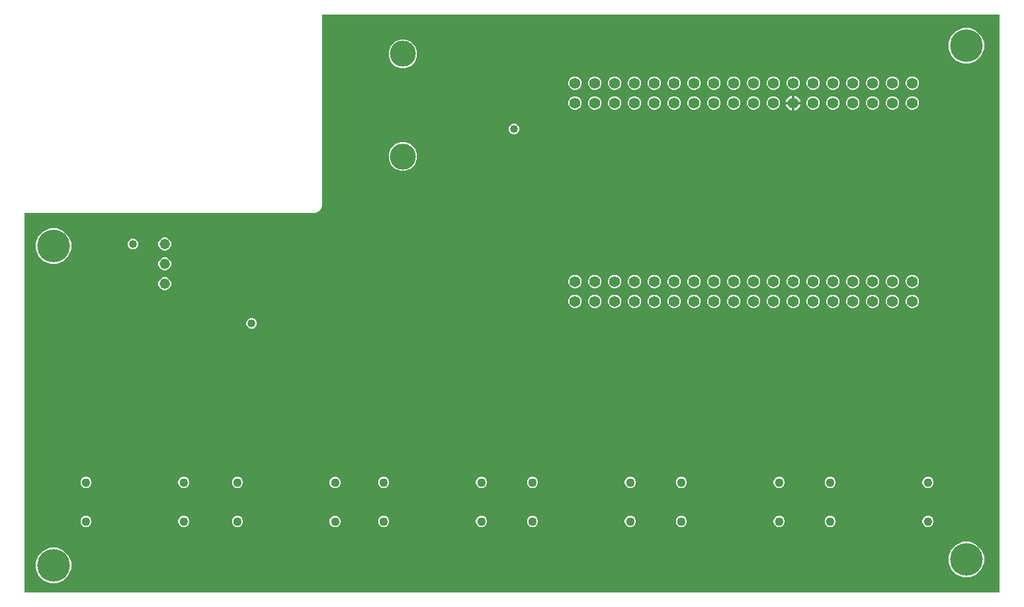
<source format=gbr>
G04 EAGLE Gerber RS-274X export*
G75*
%MOMM*%
%FSLAX34Y34*%
%LPD*%
%INCopper Layer 15*%
%IPPOS*%
%AMOC8*
5,1,8,0,0,1.08239X$1,22.5*%
G01*
%ADD10C,1.320800*%
%ADD11C,1.108000*%
%ADD12C,1.397000*%
%ADD13C,3.327400*%
%ADD14C,4.191000*%
%ADD15C,1.016000*%

G36*
X1258336Y10926D02*
X1258336Y10926D01*
X1258355Y10924D01*
X1258457Y10946D01*
X1258559Y10962D01*
X1258576Y10972D01*
X1258596Y10976D01*
X1258685Y11029D01*
X1258776Y11078D01*
X1258790Y11092D01*
X1258807Y11102D01*
X1258874Y11181D01*
X1258946Y11256D01*
X1258954Y11274D01*
X1258967Y11289D01*
X1259006Y11385D01*
X1259049Y11479D01*
X1259051Y11499D01*
X1259059Y11517D01*
X1259077Y11684D01*
X1259077Y750316D01*
X1259074Y750336D01*
X1259076Y750355D01*
X1259054Y750457D01*
X1259038Y750559D01*
X1259028Y750576D01*
X1259024Y750596D01*
X1258971Y750685D01*
X1258922Y750776D01*
X1258908Y750790D01*
X1258898Y750807D01*
X1258819Y750874D01*
X1258744Y750946D01*
X1258726Y750954D01*
X1258711Y750967D01*
X1258615Y751006D01*
X1258521Y751049D01*
X1258501Y751051D01*
X1258483Y751059D01*
X1258316Y751077D01*
X392684Y751077D01*
X392664Y751074D01*
X392645Y751076D01*
X392543Y751054D01*
X392441Y751038D01*
X392424Y751028D01*
X392404Y751024D01*
X392315Y750971D01*
X392224Y750922D01*
X392210Y750908D01*
X392193Y750898D01*
X392126Y750819D01*
X392054Y750744D01*
X392046Y750726D01*
X392033Y750711D01*
X391994Y750615D01*
X391951Y750521D01*
X391949Y750501D01*
X391941Y750483D01*
X391923Y750316D01*
X391923Y505827D01*
X390260Y501813D01*
X387187Y498740D01*
X383173Y497077D01*
X11684Y497077D01*
X11664Y497074D01*
X11645Y497076D01*
X11543Y497054D01*
X11441Y497038D01*
X11424Y497028D01*
X11404Y497024D01*
X11315Y496971D01*
X11224Y496922D01*
X11210Y496908D01*
X11193Y496898D01*
X11126Y496819D01*
X11054Y496744D01*
X11046Y496726D01*
X11033Y496711D01*
X10994Y496615D01*
X10951Y496521D01*
X10949Y496501D01*
X10941Y496483D01*
X10923Y496316D01*
X10923Y11684D01*
X10926Y11664D01*
X10924Y11645D01*
X10946Y11543D01*
X10962Y11441D01*
X10972Y11424D01*
X10976Y11404D01*
X11029Y11315D01*
X11078Y11224D01*
X11092Y11210D01*
X11102Y11193D01*
X11181Y11126D01*
X11256Y11054D01*
X11274Y11046D01*
X11289Y11033D01*
X11385Y10994D01*
X11479Y10951D01*
X11499Y10949D01*
X11517Y10941D01*
X11684Y10923D01*
X1258316Y10923D01*
X1258336Y10926D01*
G37*
%LPC*%
G36*
X1212189Y688720D02*
X1212189Y688720D01*
X1203926Y692143D01*
X1197603Y698466D01*
X1194180Y706729D01*
X1194180Y715671D01*
X1197603Y723934D01*
X1203926Y730257D01*
X1212189Y733680D01*
X1221131Y733680D01*
X1229394Y730257D01*
X1235717Y723934D01*
X1239140Y715671D01*
X1239140Y706729D01*
X1235717Y698466D01*
X1229394Y692143D01*
X1221131Y688720D01*
X1212189Y688720D01*
G37*
%LPD*%
%LPC*%
G36*
X1212189Y30860D02*
X1212189Y30860D01*
X1203926Y34283D01*
X1197603Y40606D01*
X1194180Y48869D01*
X1194180Y57811D01*
X1197603Y66074D01*
X1203926Y72397D01*
X1212189Y75820D01*
X1221131Y75820D01*
X1229394Y72397D01*
X1235717Y66074D01*
X1239140Y57811D01*
X1239140Y48869D01*
X1235717Y40606D01*
X1229394Y34283D01*
X1221131Y30860D01*
X1212189Y30860D01*
G37*
%LPD*%
%LPC*%
G36*
X43789Y23240D02*
X43789Y23240D01*
X35526Y26663D01*
X29203Y32986D01*
X25780Y41249D01*
X25780Y50191D01*
X29203Y58454D01*
X35526Y64777D01*
X43789Y68200D01*
X52731Y68200D01*
X60994Y64777D01*
X67317Y58454D01*
X70740Y50191D01*
X70740Y41249D01*
X67317Y32986D01*
X60994Y26663D01*
X52731Y23240D01*
X43789Y23240D01*
G37*
%LPD*%
%LPC*%
G36*
X43789Y432180D02*
X43789Y432180D01*
X35526Y435603D01*
X29203Y441926D01*
X25780Y450189D01*
X25780Y459131D01*
X29203Y467394D01*
X35526Y473717D01*
X43789Y477140D01*
X52731Y477140D01*
X60994Y473717D01*
X67317Y467394D01*
X70740Y459131D01*
X70740Y450189D01*
X67317Y441926D01*
X60994Y435603D01*
X52731Y432180D01*
X43789Y432180D01*
G37*
%LPD*%
%LPC*%
G36*
X491687Y682497D02*
X491687Y682497D01*
X485012Y685262D01*
X479903Y690371D01*
X477138Y697046D01*
X477138Y704272D01*
X479903Y710947D01*
X485012Y716056D01*
X491687Y718821D01*
X498913Y718821D01*
X505588Y716056D01*
X510697Y710947D01*
X513462Y704272D01*
X513462Y697046D01*
X510697Y690371D01*
X505588Y685262D01*
X498913Y682497D01*
X491687Y682497D01*
G37*
%LPD*%
%LPC*%
G36*
X491687Y551179D02*
X491687Y551179D01*
X485012Y553944D01*
X479903Y559053D01*
X477138Y565728D01*
X477138Y572954D01*
X479903Y579629D01*
X485012Y584738D01*
X491687Y587503D01*
X498913Y587503D01*
X505588Y584738D01*
X510697Y579629D01*
X513462Y572954D01*
X513462Y565728D01*
X510697Y559053D01*
X505588Y553944D01*
X498913Y551179D01*
X491687Y551179D01*
G37*
%LPD*%
%LPC*%
G36*
X1094907Y654690D02*
X1094907Y654690D01*
X1091780Y655986D01*
X1089386Y658380D01*
X1088090Y661507D01*
X1088090Y664893D01*
X1089386Y668020D01*
X1091780Y670414D01*
X1094907Y671710D01*
X1098293Y671710D01*
X1101420Y670414D01*
X1103814Y668020D01*
X1105110Y664893D01*
X1105110Y661507D01*
X1103814Y658380D01*
X1101420Y655986D01*
X1098293Y654690D01*
X1094907Y654690D01*
G37*
%LPD*%
%LPC*%
G36*
X1069507Y654690D02*
X1069507Y654690D01*
X1066380Y655986D01*
X1063986Y658380D01*
X1062690Y661507D01*
X1062690Y664893D01*
X1063986Y668020D01*
X1066380Y670414D01*
X1069507Y671710D01*
X1072893Y671710D01*
X1076020Y670414D01*
X1078414Y668020D01*
X1079710Y664893D01*
X1079710Y661507D01*
X1078414Y658380D01*
X1076020Y655986D01*
X1072893Y654690D01*
X1069507Y654690D01*
G37*
%LPD*%
%LPC*%
G36*
X1044107Y654690D02*
X1044107Y654690D01*
X1040980Y655986D01*
X1038586Y658380D01*
X1037290Y661507D01*
X1037290Y664893D01*
X1038586Y668020D01*
X1040980Y670414D01*
X1044107Y671710D01*
X1047493Y671710D01*
X1050620Y670414D01*
X1053014Y668020D01*
X1054310Y664893D01*
X1054310Y661507D01*
X1053014Y658380D01*
X1050620Y655986D01*
X1047493Y654690D01*
X1044107Y654690D01*
G37*
%LPD*%
%LPC*%
G36*
X1018707Y654690D02*
X1018707Y654690D01*
X1015580Y655986D01*
X1013186Y658380D01*
X1011890Y661507D01*
X1011890Y664893D01*
X1013186Y668020D01*
X1015580Y670414D01*
X1018707Y671710D01*
X1022093Y671710D01*
X1025220Y670414D01*
X1027614Y668020D01*
X1028910Y664893D01*
X1028910Y661507D01*
X1027614Y658380D01*
X1025220Y655986D01*
X1022093Y654690D01*
X1018707Y654690D01*
G37*
%LPD*%
%LPC*%
G36*
X993307Y654690D02*
X993307Y654690D01*
X990180Y655986D01*
X987786Y658380D01*
X986490Y661507D01*
X986490Y664893D01*
X987786Y668020D01*
X990180Y670414D01*
X993307Y671710D01*
X996693Y671710D01*
X999820Y670414D01*
X1002214Y668020D01*
X1003510Y664893D01*
X1003510Y661507D01*
X1002214Y658380D01*
X999820Y655986D01*
X996693Y654690D01*
X993307Y654690D01*
G37*
%LPD*%
%LPC*%
G36*
X967907Y654690D02*
X967907Y654690D01*
X964780Y655986D01*
X962386Y658380D01*
X961090Y661507D01*
X961090Y664893D01*
X962386Y668020D01*
X964780Y670414D01*
X967907Y671710D01*
X971293Y671710D01*
X974420Y670414D01*
X976814Y668020D01*
X978110Y664893D01*
X978110Y661507D01*
X976814Y658380D01*
X974420Y655986D01*
X971293Y654690D01*
X967907Y654690D01*
G37*
%LPD*%
%LPC*%
G36*
X942507Y654690D02*
X942507Y654690D01*
X939380Y655986D01*
X936986Y658380D01*
X935690Y661507D01*
X935690Y664893D01*
X936986Y668020D01*
X939380Y670414D01*
X942507Y671710D01*
X945893Y671710D01*
X949020Y670414D01*
X951414Y668020D01*
X952710Y664893D01*
X952710Y661507D01*
X951414Y658380D01*
X949020Y655986D01*
X945893Y654690D01*
X942507Y654690D01*
G37*
%LPD*%
%LPC*%
G36*
X917107Y654690D02*
X917107Y654690D01*
X913980Y655986D01*
X911586Y658380D01*
X910290Y661507D01*
X910290Y664893D01*
X911586Y668020D01*
X913980Y670414D01*
X917107Y671710D01*
X920493Y671710D01*
X923620Y670414D01*
X926014Y668020D01*
X927310Y664893D01*
X927310Y661507D01*
X926014Y658380D01*
X923620Y655986D01*
X920493Y654690D01*
X917107Y654690D01*
G37*
%LPD*%
%LPC*%
G36*
X891707Y654690D02*
X891707Y654690D01*
X888580Y655986D01*
X886186Y658380D01*
X884890Y661507D01*
X884890Y664893D01*
X886186Y668020D01*
X888580Y670414D01*
X891707Y671710D01*
X895093Y671710D01*
X898220Y670414D01*
X900614Y668020D01*
X901910Y664893D01*
X901910Y661507D01*
X900614Y658380D01*
X898220Y655986D01*
X895093Y654690D01*
X891707Y654690D01*
G37*
%LPD*%
%LPC*%
G36*
X866307Y654690D02*
X866307Y654690D01*
X863180Y655986D01*
X860786Y658380D01*
X859490Y661507D01*
X859490Y664893D01*
X860786Y668020D01*
X863180Y670414D01*
X866307Y671710D01*
X869693Y671710D01*
X872820Y670414D01*
X875214Y668020D01*
X876510Y664893D01*
X876510Y661507D01*
X875214Y658380D01*
X872820Y655986D01*
X869693Y654690D01*
X866307Y654690D01*
G37*
%LPD*%
%LPC*%
G36*
X840907Y654690D02*
X840907Y654690D01*
X837780Y655986D01*
X835386Y658380D01*
X834090Y661507D01*
X834090Y664893D01*
X835386Y668020D01*
X837780Y670414D01*
X840907Y671710D01*
X844293Y671710D01*
X847420Y670414D01*
X849814Y668020D01*
X851110Y664893D01*
X851110Y661507D01*
X849814Y658380D01*
X847420Y655986D01*
X844293Y654690D01*
X840907Y654690D01*
G37*
%LPD*%
%LPC*%
G36*
X815507Y654690D02*
X815507Y654690D01*
X812380Y655986D01*
X809986Y658380D01*
X808690Y661507D01*
X808690Y664893D01*
X809986Y668020D01*
X812380Y670414D01*
X815507Y671710D01*
X818893Y671710D01*
X822020Y670414D01*
X824414Y668020D01*
X825710Y664893D01*
X825710Y661507D01*
X824414Y658380D01*
X822020Y655986D01*
X818893Y654690D01*
X815507Y654690D01*
G37*
%LPD*%
%LPC*%
G36*
X790107Y654690D02*
X790107Y654690D01*
X786980Y655986D01*
X784586Y658380D01*
X783290Y661507D01*
X783290Y664893D01*
X784586Y668020D01*
X786980Y670414D01*
X790107Y671710D01*
X793493Y671710D01*
X796620Y670414D01*
X799014Y668020D01*
X800310Y664893D01*
X800310Y661507D01*
X799014Y658380D01*
X796620Y655986D01*
X793493Y654690D01*
X790107Y654690D01*
G37*
%LPD*%
%LPC*%
G36*
X764707Y654690D02*
X764707Y654690D01*
X761580Y655986D01*
X759186Y658380D01*
X757890Y661507D01*
X757890Y664893D01*
X759186Y668020D01*
X761580Y670414D01*
X764707Y671710D01*
X768093Y671710D01*
X771220Y670414D01*
X773614Y668020D01*
X774910Y664893D01*
X774910Y661507D01*
X773614Y658380D01*
X771220Y655986D01*
X768093Y654690D01*
X764707Y654690D01*
G37*
%LPD*%
%LPC*%
G36*
X967907Y400690D02*
X967907Y400690D01*
X964780Y401986D01*
X962386Y404380D01*
X961090Y407507D01*
X961090Y410893D01*
X962386Y414020D01*
X964780Y416414D01*
X967907Y417710D01*
X971293Y417710D01*
X974420Y416414D01*
X976814Y414020D01*
X978110Y410893D01*
X978110Y407507D01*
X976814Y404380D01*
X974420Y401986D01*
X971293Y400690D01*
X967907Y400690D01*
G37*
%LPD*%
%LPC*%
G36*
X739307Y654690D02*
X739307Y654690D01*
X736180Y655986D01*
X733786Y658380D01*
X732490Y661507D01*
X732490Y664893D01*
X733786Y668020D01*
X736180Y670414D01*
X739307Y671710D01*
X742693Y671710D01*
X745820Y670414D01*
X748214Y668020D01*
X749510Y664893D01*
X749510Y661507D01*
X748214Y658380D01*
X745820Y655986D01*
X742693Y654690D01*
X739307Y654690D01*
G37*
%LPD*%
%LPC*%
G36*
X1145707Y629290D02*
X1145707Y629290D01*
X1142580Y630586D01*
X1140186Y632980D01*
X1138890Y636107D01*
X1138890Y639493D01*
X1140186Y642620D01*
X1142580Y645014D01*
X1145707Y646310D01*
X1149093Y646310D01*
X1152220Y645014D01*
X1154614Y642620D01*
X1155910Y639493D01*
X1155910Y636107D01*
X1154614Y632980D01*
X1152220Y630586D01*
X1149093Y629290D01*
X1145707Y629290D01*
G37*
%LPD*%
%LPC*%
G36*
X1120307Y629290D02*
X1120307Y629290D01*
X1117180Y630586D01*
X1114786Y632980D01*
X1113490Y636107D01*
X1113490Y639493D01*
X1114786Y642620D01*
X1117180Y645014D01*
X1120307Y646310D01*
X1123693Y646310D01*
X1126820Y645014D01*
X1129214Y642620D01*
X1130510Y639493D01*
X1130510Y636107D01*
X1129214Y632980D01*
X1126820Y630586D01*
X1123693Y629290D01*
X1120307Y629290D01*
G37*
%LPD*%
%LPC*%
G36*
X1094907Y629290D02*
X1094907Y629290D01*
X1091780Y630586D01*
X1089386Y632980D01*
X1088090Y636107D01*
X1088090Y639493D01*
X1089386Y642620D01*
X1091780Y645014D01*
X1094907Y646310D01*
X1098293Y646310D01*
X1101420Y645014D01*
X1103814Y642620D01*
X1105110Y639493D01*
X1105110Y636107D01*
X1103814Y632980D01*
X1101420Y630586D01*
X1098293Y629290D01*
X1094907Y629290D01*
G37*
%LPD*%
%LPC*%
G36*
X1069507Y629290D02*
X1069507Y629290D01*
X1066380Y630586D01*
X1063986Y632980D01*
X1062690Y636107D01*
X1062690Y639493D01*
X1063986Y642620D01*
X1066380Y645014D01*
X1069507Y646310D01*
X1072893Y646310D01*
X1076020Y645014D01*
X1078414Y642620D01*
X1079710Y639493D01*
X1079710Y636107D01*
X1078414Y632980D01*
X1076020Y630586D01*
X1072893Y629290D01*
X1069507Y629290D01*
G37*
%LPD*%
%LPC*%
G36*
X1044107Y629290D02*
X1044107Y629290D01*
X1040980Y630586D01*
X1038586Y632980D01*
X1037290Y636107D01*
X1037290Y639493D01*
X1038586Y642620D01*
X1040980Y645014D01*
X1044107Y646310D01*
X1047493Y646310D01*
X1050620Y645014D01*
X1053014Y642620D01*
X1054310Y639493D01*
X1054310Y636107D01*
X1053014Y632980D01*
X1050620Y630586D01*
X1047493Y629290D01*
X1044107Y629290D01*
G37*
%LPD*%
%LPC*%
G36*
X1018707Y629290D02*
X1018707Y629290D01*
X1015580Y630586D01*
X1013186Y632980D01*
X1011890Y636107D01*
X1011890Y639493D01*
X1013186Y642620D01*
X1015580Y645014D01*
X1018707Y646310D01*
X1022093Y646310D01*
X1025220Y645014D01*
X1027614Y642620D01*
X1028910Y639493D01*
X1028910Y636107D01*
X1027614Y632980D01*
X1025220Y630586D01*
X1022093Y629290D01*
X1018707Y629290D01*
G37*
%LPD*%
%LPC*%
G36*
X967907Y629290D02*
X967907Y629290D01*
X964780Y630586D01*
X962386Y632980D01*
X961090Y636107D01*
X961090Y639493D01*
X962386Y642620D01*
X964780Y645014D01*
X967907Y646310D01*
X971293Y646310D01*
X974420Y645014D01*
X976814Y642620D01*
X978110Y639493D01*
X978110Y636107D01*
X976814Y632980D01*
X974420Y630586D01*
X971293Y629290D01*
X967907Y629290D01*
G37*
%LPD*%
%LPC*%
G36*
X942507Y629290D02*
X942507Y629290D01*
X939380Y630586D01*
X936986Y632980D01*
X935690Y636107D01*
X935690Y639493D01*
X936986Y642620D01*
X939380Y645014D01*
X942507Y646310D01*
X945893Y646310D01*
X949020Y645014D01*
X951414Y642620D01*
X952710Y639493D01*
X952710Y636107D01*
X951414Y632980D01*
X949020Y630586D01*
X945893Y629290D01*
X942507Y629290D01*
G37*
%LPD*%
%LPC*%
G36*
X917107Y629290D02*
X917107Y629290D01*
X913980Y630586D01*
X911586Y632980D01*
X910290Y636107D01*
X910290Y639493D01*
X911586Y642620D01*
X913980Y645014D01*
X917107Y646310D01*
X920493Y646310D01*
X923620Y645014D01*
X926014Y642620D01*
X927310Y639493D01*
X927310Y636107D01*
X926014Y632980D01*
X923620Y630586D01*
X920493Y629290D01*
X917107Y629290D01*
G37*
%LPD*%
%LPC*%
G36*
X891707Y629290D02*
X891707Y629290D01*
X888580Y630586D01*
X886186Y632980D01*
X884890Y636107D01*
X884890Y639493D01*
X886186Y642620D01*
X888580Y645014D01*
X891707Y646310D01*
X895093Y646310D01*
X898220Y645014D01*
X900614Y642620D01*
X901910Y639493D01*
X901910Y636107D01*
X900614Y632980D01*
X898220Y630586D01*
X895093Y629290D01*
X891707Y629290D01*
G37*
%LPD*%
%LPC*%
G36*
X866307Y629290D02*
X866307Y629290D01*
X863180Y630586D01*
X860786Y632980D01*
X859490Y636107D01*
X859490Y639493D01*
X860786Y642620D01*
X863180Y645014D01*
X866307Y646310D01*
X869693Y646310D01*
X872820Y645014D01*
X875214Y642620D01*
X876510Y639493D01*
X876510Y636107D01*
X875214Y632980D01*
X872820Y630586D01*
X869693Y629290D01*
X866307Y629290D01*
G37*
%LPD*%
%LPC*%
G36*
X840907Y629290D02*
X840907Y629290D01*
X837780Y630586D01*
X835386Y632980D01*
X834090Y636107D01*
X834090Y639493D01*
X835386Y642620D01*
X837780Y645014D01*
X840907Y646310D01*
X844293Y646310D01*
X847420Y645014D01*
X849814Y642620D01*
X851110Y639493D01*
X851110Y636107D01*
X849814Y632980D01*
X847420Y630586D01*
X844293Y629290D01*
X840907Y629290D01*
G37*
%LPD*%
%LPC*%
G36*
X815507Y629290D02*
X815507Y629290D01*
X812380Y630586D01*
X809986Y632980D01*
X808690Y636107D01*
X808690Y639493D01*
X809986Y642620D01*
X812380Y645014D01*
X815507Y646310D01*
X818893Y646310D01*
X822020Y645014D01*
X824414Y642620D01*
X825710Y639493D01*
X825710Y636107D01*
X824414Y632980D01*
X822020Y630586D01*
X818893Y629290D01*
X815507Y629290D01*
G37*
%LPD*%
%LPC*%
G36*
X790107Y629290D02*
X790107Y629290D01*
X786980Y630586D01*
X784586Y632980D01*
X783290Y636107D01*
X783290Y639493D01*
X784586Y642620D01*
X786980Y645014D01*
X790107Y646310D01*
X793493Y646310D01*
X796620Y645014D01*
X799014Y642620D01*
X800310Y639493D01*
X800310Y636107D01*
X799014Y632980D01*
X796620Y630586D01*
X793493Y629290D01*
X790107Y629290D01*
G37*
%LPD*%
%LPC*%
G36*
X764707Y629290D02*
X764707Y629290D01*
X761580Y630586D01*
X759186Y632980D01*
X757890Y636107D01*
X757890Y639493D01*
X759186Y642620D01*
X761580Y645014D01*
X764707Y646310D01*
X768093Y646310D01*
X771220Y645014D01*
X773614Y642620D01*
X774910Y639493D01*
X774910Y636107D01*
X773614Y632980D01*
X771220Y630586D01*
X768093Y629290D01*
X764707Y629290D01*
G37*
%LPD*%
%LPC*%
G36*
X739307Y629290D02*
X739307Y629290D01*
X736180Y630586D01*
X733786Y632980D01*
X732490Y636107D01*
X732490Y639493D01*
X733786Y642620D01*
X736180Y645014D01*
X739307Y646310D01*
X742693Y646310D01*
X745820Y645014D01*
X748214Y642620D01*
X749510Y639493D01*
X749510Y636107D01*
X748214Y632980D01*
X745820Y630586D01*
X742693Y629290D01*
X739307Y629290D01*
G37*
%LPD*%
%LPC*%
G36*
X713907Y629290D02*
X713907Y629290D01*
X710780Y630586D01*
X708386Y632980D01*
X707090Y636107D01*
X707090Y639493D01*
X708386Y642620D01*
X710780Y645014D01*
X713907Y646310D01*
X717293Y646310D01*
X720420Y645014D01*
X722814Y642620D01*
X724110Y639493D01*
X724110Y636107D01*
X722814Y632980D01*
X720420Y630586D01*
X717293Y629290D01*
X713907Y629290D01*
G37*
%LPD*%
%LPC*%
G36*
X713907Y375290D02*
X713907Y375290D01*
X710780Y376586D01*
X708386Y378980D01*
X707090Y382107D01*
X707090Y385493D01*
X708386Y388620D01*
X710780Y391014D01*
X713907Y392310D01*
X717293Y392310D01*
X720420Y391014D01*
X722814Y388620D01*
X724110Y385493D01*
X724110Y382107D01*
X722814Y378980D01*
X720420Y376586D01*
X717293Y375290D01*
X713907Y375290D01*
G37*
%LPD*%
%LPC*%
G36*
X739307Y375290D02*
X739307Y375290D01*
X736180Y376586D01*
X733786Y378980D01*
X732490Y382107D01*
X732490Y385493D01*
X733786Y388620D01*
X736180Y391014D01*
X739307Y392310D01*
X742693Y392310D01*
X745820Y391014D01*
X748214Y388620D01*
X749510Y385493D01*
X749510Y382107D01*
X748214Y378980D01*
X745820Y376586D01*
X742693Y375290D01*
X739307Y375290D01*
G37*
%LPD*%
%LPC*%
G36*
X764707Y375290D02*
X764707Y375290D01*
X761580Y376586D01*
X759186Y378980D01*
X757890Y382107D01*
X757890Y385493D01*
X759186Y388620D01*
X761580Y391014D01*
X764707Y392310D01*
X768093Y392310D01*
X771220Y391014D01*
X773614Y388620D01*
X774910Y385493D01*
X774910Y382107D01*
X773614Y378980D01*
X771220Y376586D01*
X768093Y375290D01*
X764707Y375290D01*
G37*
%LPD*%
%LPC*%
G36*
X790107Y375290D02*
X790107Y375290D01*
X786980Y376586D01*
X784586Y378980D01*
X783290Y382107D01*
X783290Y385493D01*
X784586Y388620D01*
X786980Y391014D01*
X790107Y392310D01*
X793493Y392310D01*
X796620Y391014D01*
X799014Y388620D01*
X800310Y385493D01*
X800310Y382107D01*
X799014Y378980D01*
X796620Y376586D01*
X793493Y375290D01*
X790107Y375290D01*
G37*
%LPD*%
%LPC*%
G36*
X1120307Y654690D02*
X1120307Y654690D01*
X1117180Y655986D01*
X1114786Y658380D01*
X1113490Y661507D01*
X1113490Y664893D01*
X1114786Y668020D01*
X1117180Y670414D01*
X1120307Y671710D01*
X1123693Y671710D01*
X1126820Y670414D01*
X1129214Y668020D01*
X1130510Y664893D01*
X1130510Y661507D01*
X1129214Y658380D01*
X1126820Y655986D01*
X1123693Y654690D01*
X1120307Y654690D01*
G37*
%LPD*%
%LPC*%
G36*
X1145707Y654690D02*
X1145707Y654690D01*
X1142580Y655986D01*
X1140186Y658380D01*
X1138890Y661507D01*
X1138890Y664893D01*
X1140186Y668020D01*
X1142580Y670414D01*
X1145707Y671710D01*
X1149093Y671710D01*
X1152220Y670414D01*
X1154614Y668020D01*
X1155910Y664893D01*
X1155910Y661507D01*
X1154614Y658380D01*
X1152220Y655986D01*
X1149093Y654690D01*
X1145707Y654690D01*
G37*
%LPD*%
%LPC*%
G36*
X840907Y375290D02*
X840907Y375290D01*
X837780Y376586D01*
X835386Y378980D01*
X834090Y382107D01*
X834090Y385493D01*
X835386Y388620D01*
X837780Y391014D01*
X840907Y392310D01*
X844293Y392310D01*
X847420Y391014D01*
X849814Y388620D01*
X851110Y385493D01*
X851110Y382107D01*
X849814Y378980D01*
X847420Y376586D01*
X844293Y375290D01*
X840907Y375290D01*
G37*
%LPD*%
%LPC*%
G36*
X891707Y375290D02*
X891707Y375290D01*
X888580Y376586D01*
X886186Y378980D01*
X884890Y382107D01*
X884890Y385493D01*
X886186Y388620D01*
X888580Y391014D01*
X891707Y392310D01*
X895093Y392310D01*
X898220Y391014D01*
X900614Y388620D01*
X901910Y385493D01*
X901910Y382107D01*
X900614Y378980D01*
X898220Y376586D01*
X895093Y375290D01*
X891707Y375290D01*
G37*
%LPD*%
%LPC*%
G36*
X917107Y375290D02*
X917107Y375290D01*
X913980Y376586D01*
X911586Y378980D01*
X910290Y382107D01*
X910290Y385493D01*
X911586Y388620D01*
X913980Y391014D01*
X917107Y392310D01*
X920493Y392310D01*
X923620Y391014D01*
X926014Y388620D01*
X927310Y385493D01*
X927310Y382107D01*
X926014Y378980D01*
X923620Y376586D01*
X920493Y375290D01*
X917107Y375290D01*
G37*
%LPD*%
%LPC*%
G36*
X1018707Y400690D02*
X1018707Y400690D01*
X1015580Y401986D01*
X1013186Y404380D01*
X1011890Y407507D01*
X1011890Y410893D01*
X1013186Y414020D01*
X1015580Y416414D01*
X1018707Y417710D01*
X1022093Y417710D01*
X1025220Y416414D01*
X1027614Y414020D01*
X1028910Y410893D01*
X1028910Y407507D01*
X1027614Y404380D01*
X1025220Y401986D01*
X1022093Y400690D01*
X1018707Y400690D01*
G37*
%LPD*%
%LPC*%
G36*
X993307Y400690D02*
X993307Y400690D01*
X990180Y401986D01*
X987786Y404380D01*
X986490Y407507D01*
X986490Y410893D01*
X987786Y414020D01*
X990180Y416414D01*
X993307Y417710D01*
X996693Y417710D01*
X999820Y416414D01*
X1002214Y414020D01*
X1003510Y410893D01*
X1003510Y407507D01*
X1002214Y404380D01*
X999820Y401986D01*
X996693Y400690D01*
X993307Y400690D01*
G37*
%LPD*%
%LPC*%
G36*
X1145707Y400690D02*
X1145707Y400690D01*
X1142580Y401986D01*
X1140186Y404380D01*
X1138890Y407507D01*
X1138890Y410893D01*
X1140186Y414020D01*
X1142580Y416414D01*
X1145707Y417710D01*
X1149093Y417710D01*
X1152220Y416414D01*
X1154614Y414020D01*
X1155910Y410893D01*
X1155910Y407507D01*
X1154614Y404380D01*
X1152220Y401986D01*
X1149093Y400690D01*
X1145707Y400690D01*
G37*
%LPD*%
%LPC*%
G36*
X1120307Y400690D02*
X1120307Y400690D01*
X1117180Y401986D01*
X1114786Y404380D01*
X1113490Y407507D01*
X1113490Y410893D01*
X1114786Y414020D01*
X1117180Y416414D01*
X1120307Y417710D01*
X1123693Y417710D01*
X1126820Y416414D01*
X1129214Y414020D01*
X1130510Y410893D01*
X1130510Y407507D01*
X1129214Y404380D01*
X1126820Y401986D01*
X1123693Y400690D01*
X1120307Y400690D01*
G37*
%LPD*%
%LPC*%
G36*
X1094907Y400690D02*
X1094907Y400690D01*
X1091780Y401986D01*
X1089386Y404380D01*
X1088090Y407507D01*
X1088090Y410893D01*
X1089386Y414020D01*
X1091780Y416414D01*
X1094907Y417710D01*
X1098293Y417710D01*
X1101420Y416414D01*
X1103814Y414020D01*
X1105110Y410893D01*
X1105110Y407507D01*
X1103814Y404380D01*
X1101420Y401986D01*
X1098293Y400690D01*
X1094907Y400690D01*
G37*
%LPD*%
%LPC*%
G36*
X1069507Y400690D02*
X1069507Y400690D01*
X1066380Y401986D01*
X1063986Y404380D01*
X1062690Y407507D01*
X1062690Y410893D01*
X1063986Y414020D01*
X1066380Y416414D01*
X1069507Y417710D01*
X1072893Y417710D01*
X1076020Y416414D01*
X1078414Y414020D01*
X1079710Y410893D01*
X1079710Y407507D01*
X1078414Y404380D01*
X1076020Y401986D01*
X1072893Y400690D01*
X1069507Y400690D01*
G37*
%LPD*%
%LPC*%
G36*
X1044107Y400690D02*
X1044107Y400690D01*
X1040980Y401986D01*
X1038586Y404380D01*
X1037290Y407507D01*
X1037290Y410893D01*
X1038586Y414020D01*
X1040980Y416414D01*
X1044107Y417710D01*
X1047493Y417710D01*
X1050620Y416414D01*
X1053014Y414020D01*
X1054310Y410893D01*
X1054310Y407507D01*
X1053014Y404380D01*
X1050620Y401986D01*
X1047493Y400690D01*
X1044107Y400690D01*
G37*
%LPD*%
%LPC*%
G36*
X713907Y654690D02*
X713907Y654690D01*
X710780Y655986D01*
X708386Y658380D01*
X707090Y661507D01*
X707090Y664893D01*
X708386Y668020D01*
X710780Y670414D01*
X713907Y671710D01*
X717293Y671710D01*
X720420Y670414D01*
X722814Y668020D01*
X724110Y664893D01*
X724110Y661507D01*
X722814Y658380D01*
X720420Y655986D01*
X717293Y654690D01*
X713907Y654690D01*
G37*
%LPD*%
%LPC*%
G36*
X942507Y400690D02*
X942507Y400690D01*
X939380Y401986D01*
X936986Y404380D01*
X935690Y407507D01*
X935690Y410893D01*
X936986Y414020D01*
X939380Y416414D01*
X942507Y417710D01*
X945893Y417710D01*
X949020Y416414D01*
X951414Y414020D01*
X952710Y410893D01*
X952710Y407507D01*
X951414Y404380D01*
X949020Y401986D01*
X945893Y400690D01*
X942507Y400690D01*
G37*
%LPD*%
%LPC*%
G36*
X917107Y400690D02*
X917107Y400690D01*
X913980Y401986D01*
X911586Y404380D01*
X910290Y407507D01*
X910290Y410893D01*
X911586Y414020D01*
X913980Y416414D01*
X917107Y417710D01*
X920493Y417710D01*
X923620Y416414D01*
X926014Y414020D01*
X927310Y410893D01*
X927310Y407507D01*
X926014Y404380D01*
X923620Y401986D01*
X920493Y400690D01*
X917107Y400690D01*
G37*
%LPD*%
%LPC*%
G36*
X891707Y400690D02*
X891707Y400690D01*
X888580Y401986D01*
X886186Y404380D01*
X884890Y407507D01*
X884890Y410893D01*
X886186Y414020D01*
X888580Y416414D01*
X891707Y417710D01*
X895093Y417710D01*
X898220Y416414D01*
X900614Y414020D01*
X901910Y410893D01*
X901910Y407507D01*
X900614Y404380D01*
X898220Y401986D01*
X895093Y400690D01*
X891707Y400690D01*
G37*
%LPD*%
%LPC*%
G36*
X866307Y400690D02*
X866307Y400690D01*
X863180Y401986D01*
X860786Y404380D01*
X859490Y407507D01*
X859490Y410893D01*
X860786Y414020D01*
X863180Y416414D01*
X866307Y417710D01*
X869693Y417710D01*
X872820Y416414D01*
X875214Y414020D01*
X876510Y410893D01*
X876510Y407507D01*
X875214Y404380D01*
X872820Y401986D01*
X869693Y400690D01*
X866307Y400690D01*
G37*
%LPD*%
%LPC*%
G36*
X840907Y400690D02*
X840907Y400690D01*
X837780Y401986D01*
X835386Y404380D01*
X834090Y407507D01*
X834090Y410893D01*
X835386Y414020D01*
X837780Y416414D01*
X840907Y417710D01*
X844293Y417710D01*
X847420Y416414D01*
X849814Y414020D01*
X851110Y410893D01*
X851110Y407507D01*
X849814Y404380D01*
X847420Y401986D01*
X844293Y400690D01*
X840907Y400690D01*
G37*
%LPD*%
%LPC*%
G36*
X815507Y400690D02*
X815507Y400690D01*
X812380Y401986D01*
X809986Y404380D01*
X808690Y407507D01*
X808690Y410893D01*
X809986Y414020D01*
X812380Y416414D01*
X815507Y417710D01*
X818893Y417710D01*
X822020Y416414D01*
X824414Y414020D01*
X825710Y410893D01*
X825710Y407507D01*
X824414Y404380D01*
X822020Y401986D01*
X818893Y400690D01*
X815507Y400690D01*
G37*
%LPD*%
%LPC*%
G36*
X790107Y400690D02*
X790107Y400690D01*
X786980Y401986D01*
X784586Y404380D01*
X783290Y407507D01*
X783290Y410893D01*
X784586Y414020D01*
X786980Y416414D01*
X790107Y417710D01*
X793493Y417710D01*
X796620Y416414D01*
X799014Y414020D01*
X800310Y410893D01*
X800310Y407507D01*
X799014Y404380D01*
X796620Y401986D01*
X793493Y400690D01*
X790107Y400690D01*
G37*
%LPD*%
%LPC*%
G36*
X764707Y400690D02*
X764707Y400690D01*
X761580Y401986D01*
X759186Y404380D01*
X757890Y407507D01*
X757890Y410893D01*
X759186Y414020D01*
X761580Y416414D01*
X764707Y417710D01*
X768093Y417710D01*
X771220Y416414D01*
X773614Y414020D01*
X774910Y410893D01*
X774910Y407507D01*
X773614Y404380D01*
X771220Y401986D01*
X768093Y400690D01*
X764707Y400690D01*
G37*
%LPD*%
%LPC*%
G36*
X739307Y400690D02*
X739307Y400690D01*
X736180Y401986D01*
X733786Y404380D01*
X732490Y407507D01*
X732490Y410893D01*
X733786Y414020D01*
X736180Y416414D01*
X739307Y417710D01*
X742693Y417710D01*
X745820Y416414D01*
X748214Y414020D01*
X749510Y410893D01*
X749510Y407507D01*
X748214Y404380D01*
X745820Y401986D01*
X742693Y400690D01*
X739307Y400690D01*
G37*
%LPD*%
%LPC*%
G36*
X713907Y400690D02*
X713907Y400690D01*
X710780Y401986D01*
X708386Y404380D01*
X707090Y407507D01*
X707090Y410893D01*
X708386Y414020D01*
X710780Y416414D01*
X713907Y417710D01*
X717293Y417710D01*
X720420Y416414D01*
X722814Y414020D01*
X724110Y410893D01*
X724110Y407507D01*
X722814Y404380D01*
X720420Y401986D01*
X717293Y400690D01*
X713907Y400690D01*
G37*
%LPD*%
%LPC*%
G36*
X942507Y375290D02*
X942507Y375290D01*
X939380Y376586D01*
X936986Y378980D01*
X935690Y382107D01*
X935690Y385493D01*
X936986Y388620D01*
X939380Y391014D01*
X942507Y392310D01*
X945893Y392310D01*
X949020Y391014D01*
X951414Y388620D01*
X952710Y385493D01*
X952710Y382107D01*
X951414Y378980D01*
X949020Y376586D01*
X945893Y375290D01*
X942507Y375290D01*
G37*
%LPD*%
%LPC*%
G36*
X866307Y375290D02*
X866307Y375290D01*
X863180Y376586D01*
X860786Y378980D01*
X859490Y382107D01*
X859490Y385493D01*
X860786Y388620D01*
X863180Y391014D01*
X866307Y392310D01*
X869693Y392310D01*
X872820Y391014D01*
X875214Y388620D01*
X876510Y385493D01*
X876510Y382107D01*
X875214Y378980D01*
X872820Y376586D01*
X869693Y375290D01*
X866307Y375290D01*
G37*
%LPD*%
%LPC*%
G36*
X815507Y375290D02*
X815507Y375290D01*
X812380Y376586D01*
X809986Y378980D01*
X808690Y382107D01*
X808690Y385493D01*
X809986Y388620D01*
X812380Y391014D01*
X815507Y392310D01*
X818893Y392310D01*
X822020Y391014D01*
X824414Y388620D01*
X825710Y385493D01*
X825710Y382107D01*
X824414Y378980D01*
X822020Y376586D01*
X818893Y375290D01*
X815507Y375290D01*
G37*
%LPD*%
%LPC*%
G36*
X1145707Y375290D02*
X1145707Y375290D01*
X1142580Y376586D01*
X1140186Y378980D01*
X1138890Y382107D01*
X1138890Y385493D01*
X1140186Y388620D01*
X1142580Y391014D01*
X1145707Y392310D01*
X1149093Y392310D01*
X1152220Y391014D01*
X1154614Y388620D01*
X1155910Y385493D01*
X1155910Y382107D01*
X1154614Y378980D01*
X1152220Y376586D01*
X1149093Y375290D01*
X1145707Y375290D01*
G37*
%LPD*%
%LPC*%
G36*
X1120307Y375290D02*
X1120307Y375290D01*
X1117180Y376586D01*
X1114786Y378980D01*
X1113490Y382107D01*
X1113490Y385493D01*
X1114786Y388620D01*
X1117180Y391014D01*
X1120307Y392310D01*
X1123693Y392310D01*
X1126820Y391014D01*
X1129214Y388620D01*
X1130510Y385493D01*
X1130510Y382107D01*
X1129214Y378980D01*
X1126820Y376586D01*
X1123693Y375290D01*
X1120307Y375290D01*
G37*
%LPD*%
%LPC*%
G36*
X1094907Y375290D02*
X1094907Y375290D01*
X1091780Y376586D01*
X1089386Y378980D01*
X1088090Y382107D01*
X1088090Y385493D01*
X1089386Y388620D01*
X1091780Y391014D01*
X1094907Y392310D01*
X1098293Y392310D01*
X1101420Y391014D01*
X1103814Y388620D01*
X1105110Y385493D01*
X1105110Y382107D01*
X1103814Y378980D01*
X1101420Y376586D01*
X1098293Y375290D01*
X1094907Y375290D01*
G37*
%LPD*%
%LPC*%
G36*
X1069507Y375290D02*
X1069507Y375290D01*
X1066380Y376586D01*
X1063986Y378980D01*
X1062690Y382107D01*
X1062690Y385493D01*
X1063986Y388620D01*
X1066380Y391014D01*
X1069507Y392310D01*
X1072893Y392310D01*
X1076020Y391014D01*
X1078414Y388620D01*
X1079710Y385493D01*
X1079710Y382107D01*
X1078414Y378980D01*
X1076020Y376586D01*
X1072893Y375290D01*
X1069507Y375290D01*
G37*
%LPD*%
%LPC*%
G36*
X1044107Y375290D02*
X1044107Y375290D01*
X1040980Y376586D01*
X1038586Y378980D01*
X1037290Y382107D01*
X1037290Y385493D01*
X1038586Y388620D01*
X1040980Y391014D01*
X1044107Y392310D01*
X1047493Y392310D01*
X1050620Y391014D01*
X1053014Y388620D01*
X1054310Y385493D01*
X1054310Y382107D01*
X1053014Y378980D01*
X1050620Y376586D01*
X1047493Y375290D01*
X1044107Y375290D01*
G37*
%LPD*%
%LPC*%
G36*
X1018707Y375290D02*
X1018707Y375290D01*
X1015580Y376586D01*
X1013186Y378980D01*
X1011890Y382107D01*
X1011890Y385493D01*
X1013186Y388620D01*
X1015580Y391014D01*
X1018707Y392310D01*
X1022093Y392310D01*
X1025220Y391014D01*
X1027614Y388620D01*
X1028910Y385493D01*
X1028910Y382107D01*
X1027614Y378980D01*
X1025220Y376586D01*
X1022093Y375290D01*
X1018707Y375290D01*
G37*
%LPD*%
%LPC*%
G36*
X993307Y375290D02*
X993307Y375290D01*
X990180Y376586D01*
X987786Y378980D01*
X986490Y382107D01*
X986490Y385493D01*
X987786Y388620D01*
X990180Y391014D01*
X993307Y392310D01*
X996693Y392310D01*
X999820Y391014D01*
X1002214Y388620D01*
X1003510Y385493D01*
X1003510Y382107D01*
X1002214Y378980D01*
X999820Y376586D01*
X996693Y375290D01*
X993307Y375290D01*
G37*
%LPD*%
%LPC*%
G36*
X967907Y375290D02*
X967907Y375290D01*
X964780Y376586D01*
X962386Y378980D01*
X961090Y382107D01*
X961090Y385493D01*
X962386Y388620D01*
X964780Y391014D01*
X967907Y392310D01*
X971293Y392310D01*
X974420Y391014D01*
X976814Y388620D01*
X978110Y385493D01*
X978110Y382107D01*
X976814Y378980D01*
X974420Y376586D01*
X971293Y375290D01*
X967907Y375290D01*
G37*
%LPD*%
%LPC*%
G36*
X188883Y398271D02*
X188883Y398271D01*
X185895Y399509D01*
X183609Y401795D01*
X182371Y404783D01*
X182371Y408017D01*
X183609Y411005D01*
X185895Y413291D01*
X188883Y414529D01*
X192117Y414529D01*
X195105Y413291D01*
X197391Y411005D01*
X198629Y408017D01*
X198629Y404783D01*
X197391Y401795D01*
X195105Y399509D01*
X192117Y398271D01*
X188883Y398271D01*
G37*
%LPD*%
%LPC*%
G36*
X188883Y423671D02*
X188883Y423671D01*
X185895Y424909D01*
X183609Y427195D01*
X182371Y430183D01*
X182371Y433417D01*
X183609Y436405D01*
X185895Y438691D01*
X188883Y439929D01*
X192117Y439929D01*
X195105Y438691D01*
X197391Y436405D01*
X198629Y433417D01*
X198629Y430183D01*
X197391Y427195D01*
X195105Y424909D01*
X192117Y423671D01*
X188883Y423671D01*
G37*
%LPD*%
%LPC*%
G36*
X188883Y449071D02*
X188883Y449071D01*
X185895Y450309D01*
X183609Y452595D01*
X182371Y455583D01*
X182371Y458817D01*
X183609Y461805D01*
X185895Y464091D01*
X188883Y465329D01*
X192117Y465329D01*
X195105Y464091D01*
X197391Y461805D01*
X198629Y458817D01*
X198629Y455583D01*
X197391Y452595D01*
X195105Y450309D01*
X192117Y449071D01*
X188883Y449071D01*
G37*
%LPD*%
%LPC*%
G36*
X407170Y144935D02*
X407170Y144935D01*
X404573Y146011D01*
X402586Y147998D01*
X401510Y150595D01*
X401510Y153405D01*
X402586Y156002D01*
X404573Y157989D01*
X407170Y159065D01*
X409980Y159065D01*
X412577Y157989D01*
X414564Y156002D01*
X415640Y153405D01*
X415640Y150595D01*
X414564Y147998D01*
X412577Y146011D01*
X409980Y144935D01*
X407170Y144935D01*
G37*
%LPD*%
%LPC*%
G36*
X213495Y144935D02*
X213495Y144935D01*
X210898Y146011D01*
X208911Y147998D01*
X207835Y150595D01*
X207835Y153405D01*
X208911Y156002D01*
X210898Y157989D01*
X213495Y159065D01*
X216305Y159065D01*
X218902Y157989D01*
X220889Y156002D01*
X221965Y153405D01*
X221965Y150595D01*
X220889Y147998D01*
X218902Y146011D01*
X216305Y144935D01*
X213495Y144935D01*
G37*
%LPD*%
%LPC*%
G36*
X88495Y94935D02*
X88495Y94935D01*
X85898Y96011D01*
X83911Y97998D01*
X82835Y100595D01*
X82835Y103405D01*
X83911Y106002D01*
X85898Y107989D01*
X88495Y109065D01*
X91305Y109065D01*
X93902Y107989D01*
X95889Y106002D01*
X96965Y103405D01*
X96965Y100595D01*
X95889Y97998D01*
X93902Y96011D01*
X91305Y94935D01*
X88495Y94935D01*
G37*
%LPD*%
%LPC*%
G36*
X213495Y94935D02*
X213495Y94935D01*
X210898Y96011D01*
X208911Y97998D01*
X207835Y100595D01*
X207835Y103405D01*
X208911Y106002D01*
X210898Y107989D01*
X213495Y109065D01*
X216305Y109065D01*
X218902Y107989D01*
X220889Y106002D01*
X221965Y103405D01*
X221965Y100595D01*
X220889Y97998D01*
X218902Y96011D01*
X216305Y94935D01*
X213495Y94935D01*
G37*
%LPD*%
%LPC*%
G36*
X282170Y94935D02*
X282170Y94935D01*
X279573Y96011D01*
X277586Y97998D01*
X276510Y100595D01*
X276510Y103405D01*
X277586Y106002D01*
X279573Y107989D01*
X282170Y109065D01*
X284980Y109065D01*
X287577Y107989D01*
X289564Y106002D01*
X290640Y103405D01*
X290640Y100595D01*
X289564Y97998D01*
X287577Y96011D01*
X284980Y94935D01*
X282170Y94935D01*
G37*
%LPD*%
%LPC*%
G36*
X407170Y94935D02*
X407170Y94935D01*
X404573Y96011D01*
X402586Y97998D01*
X401510Y100595D01*
X401510Y103405D01*
X402586Y106002D01*
X404573Y107989D01*
X407170Y109065D01*
X409980Y109065D01*
X412577Y107989D01*
X414564Y106002D01*
X415640Y103405D01*
X415640Y100595D01*
X414564Y97998D01*
X412577Y96011D01*
X409980Y94935D01*
X407170Y94935D01*
G37*
%LPD*%
%LPC*%
G36*
X1040995Y144935D02*
X1040995Y144935D01*
X1038398Y146011D01*
X1036411Y147998D01*
X1035335Y150595D01*
X1035335Y153405D01*
X1036411Y156002D01*
X1038398Y157989D01*
X1040995Y159065D01*
X1043805Y159065D01*
X1046402Y157989D01*
X1048389Y156002D01*
X1049465Y153405D01*
X1049465Y150595D01*
X1048389Y147998D01*
X1046402Y146011D01*
X1043805Y144935D01*
X1040995Y144935D01*
G37*
%LPD*%
%LPC*%
G36*
X850495Y144935D02*
X850495Y144935D01*
X847898Y146011D01*
X845911Y147998D01*
X844835Y150595D01*
X844835Y153405D01*
X845911Y156002D01*
X847898Y157989D01*
X850495Y159065D01*
X853305Y159065D01*
X855902Y157989D01*
X857889Y156002D01*
X858965Y153405D01*
X858965Y150595D01*
X857889Y147998D01*
X855902Y146011D01*
X853305Y144935D01*
X850495Y144935D01*
G37*
%LPD*%
%LPC*%
G36*
X1165995Y144935D02*
X1165995Y144935D01*
X1163398Y146011D01*
X1161411Y147998D01*
X1160335Y150595D01*
X1160335Y153405D01*
X1161411Y156002D01*
X1163398Y157989D01*
X1165995Y159065D01*
X1168805Y159065D01*
X1171402Y157989D01*
X1173389Y156002D01*
X1174465Y153405D01*
X1174465Y150595D01*
X1173389Y147998D01*
X1171402Y146011D01*
X1168805Y144935D01*
X1165995Y144935D01*
G37*
%LPD*%
%LPC*%
G36*
X975495Y144935D02*
X975495Y144935D01*
X972898Y146011D01*
X970911Y147998D01*
X969835Y150595D01*
X969835Y153405D01*
X970911Y156002D01*
X972898Y157989D01*
X975495Y159065D01*
X978305Y159065D01*
X980902Y157989D01*
X982889Y156002D01*
X983965Y153405D01*
X983965Y150595D01*
X982889Y147998D01*
X980902Y146011D01*
X978305Y144935D01*
X975495Y144935D01*
G37*
%LPD*%
%LPC*%
G36*
X784995Y144935D02*
X784995Y144935D01*
X782398Y146011D01*
X780411Y147998D01*
X779335Y150595D01*
X779335Y153405D01*
X780411Y156002D01*
X782398Y157989D01*
X784995Y159065D01*
X787805Y159065D01*
X790402Y157989D01*
X792389Y156002D01*
X793465Y153405D01*
X793465Y150595D01*
X792389Y147998D01*
X790402Y146011D01*
X787805Y144935D01*
X784995Y144935D01*
G37*
%LPD*%
%LPC*%
G36*
X659995Y144935D02*
X659995Y144935D01*
X657398Y146011D01*
X655411Y147998D01*
X654335Y150595D01*
X654335Y153405D01*
X655411Y156002D01*
X657398Y157989D01*
X659995Y159065D01*
X662805Y159065D01*
X665402Y157989D01*
X667389Y156002D01*
X668465Y153405D01*
X668465Y150595D01*
X667389Y147998D01*
X665402Y146011D01*
X662805Y144935D01*
X659995Y144935D01*
G37*
%LPD*%
%LPC*%
G36*
X594495Y144935D02*
X594495Y144935D01*
X591898Y146011D01*
X589911Y147998D01*
X588835Y150595D01*
X588835Y153405D01*
X589911Y156002D01*
X591898Y157989D01*
X594495Y159065D01*
X597305Y159065D01*
X599902Y157989D01*
X601889Y156002D01*
X602965Y153405D01*
X602965Y150595D01*
X601889Y147998D01*
X599902Y146011D01*
X597305Y144935D01*
X594495Y144935D01*
G37*
%LPD*%
%LPC*%
G36*
X469495Y144935D02*
X469495Y144935D01*
X466898Y146011D01*
X464911Y147998D01*
X463835Y150595D01*
X463835Y153405D01*
X464911Y156002D01*
X466898Y157989D01*
X469495Y159065D01*
X472305Y159065D01*
X474902Y157989D01*
X476889Y156002D01*
X477965Y153405D01*
X477965Y150595D01*
X476889Y147998D01*
X474902Y146011D01*
X472305Y144935D01*
X469495Y144935D01*
G37*
%LPD*%
%LPC*%
G36*
X469495Y94935D02*
X469495Y94935D01*
X466898Y96011D01*
X464911Y97998D01*
X463835Y100595D01*
X463835Y103405D01*
X464911Y106002D01*
X466898Y107989D01*
X469495Y109065D01*
X472305Y109065D01*
X474902Y107989D01*
X476889Y106002D01*
X477965Y103405D01*
X477965Y100595D01*
X476889Y97998D01*
X474902Y96011D01*
X472305Y94935D01*
X469495Y94935D01*
G37*
%LPD*%
%LPC*%
G36*
X282170Y144935D02*
X282170Y144935D01*
X279573Y146011D01*
X277586Y147998D01*
X276510Y150595D01*
X276510Y153405D01*
X277586Y156002D01*
X279573Y157989D01*
X282170Y159065D01*
X284980Y159065D01*
X287577Y157989D01*
X289564Y156002D01*
X290640Y153405D01*
X290640Y150595D01*
X289564Y147998D01*
X287577Y146011D01*
X284980Y144935D01*
X282170Y144935D01*
G37*
%LPD*%
%LPC*%
G36*
X594495Y94935D02*
X594495Y94935D01*
X591898Y96011D01*
X589911Y97998D01*
X588835Y100595D01*
X588835Y103405D01*
X589911Y106002D01*
X591898Y107989D01*
X594495Y109065D01*
X597305Y109065D01*
X599902Y107989D01*
X601889Y106002D01*
X602965Y103405D01*
X602965Y100595D01*
X601889Y97998D01*
X599902Y96011D01*
X597305Y94935D01*
X594495Y94935D01*
G37*
%LPD*%
%LPC*%
G36*
X88495Y144935D02*
X88495Y144935D01*
X85898Y146011D01*
X83911Y147998D01*
X82835Y150595D01*
X82835Y153405D01*
X83911Y156002D01*
X85898Y157989D01*
X88495Y159065D01*
X91305Y159065D01*
X93902Y157989D01*
X95889Y156002D01*
X96965Y153405D01*
X96965Y150595D01*
X95889Y147998D01*
X93902Y146011D01*
X91305Y144935D01*
X88495Y144935D01*
G37*
%LPD*%
%LPC*%
G36*
X1165995Y94935D02*
X1165995Y94935D01*
X1163398Y96011D01*
X1161411Y97998D01*
X1160335Y100595D01*
X1160335Y103405D01*
X1161411Y106002D01*
X1163398Y107989D01*
X1165995Y109065D01*
X1168805Y109065D01*
X1171402Y107989D01*
X1173389Y106002D01*
X1174465Y103405D01*
X1174465Y100595D01*
X1173389Y97998D01*
X1171402Y96011D01*
X1168805Y94935D01*
X1165995Y94935D01*
G37*
%LPD*%
%LPC*%
G36*
X1040995Y94935D02*
X1040995Y94935D01*
X1038398Y96011D01*
X1036411Y97998D01*
X1035335Y100595D01*
X1035335Y103405D01*
X1036411Y106002D01*
X1038398Y107989D01*
X1040995Y109065D01*
X1043805Y109065D01*
X1046402Y107989D01*
X1048389Y106002D01*
X1049465Y103405D01*
X1049465Y100595D01*
X1048389Y97998D01*
X1046402Y96011D01*
X1043805Y94935D01*
X1040995Y94935D01*
G37*
%LPD*%
%LPC*%
G36*
X975495Y94935D02*
X975495Y94935D01*
X972898Y96011D01*
X970911Y97998D01*
X969835Y100595D01*
X969835Y103405D01*
X970911Y106002D01*
X972898Y107989D01*
X975495Y109065D01*
X978305Y109065D01*
X980902Y107989D01*
X982889Y106002D01*
X983965Y103405D01*
X983965Y100595D01*
X982889Y97998D01*
X980902Y96011D01*
X978305Y94935D01*
X975495Y94935D01*
G37*
%LPD*%
%LPC*%
G36*
X850495Y94935D02*
X850495Y94935D01*
X847898Y96011D01*
X845911Y97998D01*
X844835Y100595D01*
X844835Y103405D01*
X845911Y106002D01*
X847898Y107989D01*
X850495Y109065D01*
X853305Y109065D01*
X855902Y107989D01*
X857889Y106002D01*
X858965Y103405D01*
X858965Y100595D01*
X857889Y97998D01*
X855902Y96011D01*
X853305Y94935D01*
X850495Y94935D01*
G37*
%LPD*%
%LPC*%
G36*
X784995Y94935D02*
X784995Y94935D01*
X782398Y96011D01*
X780411Y97998D01*
X779335Y100595D01*
X779335Y103405D01*
X780411Y106002D01*
X782398Y107989D01*
X784995Y109065D01*
X787805Y109065D01*
X790402Y107989D01*
X792389Y106002D01*
X793465Y103405D01*
X793465Y100595D01*
X792389Y97998D01*
X790402Y96011D01*
X787805Y94935D01*
X784995Y94935D01*
G37*
%LPD*%
%LPC*%
G36*
X659995Y94935D02*
X659995Y94935D01*
X657398Y96011D01*
X655411Y97998D01*
X654335Y100595D01*
X654335Y103405D01*
X655411Y106002D01*
X657398Y107989D01*
X659995Y109065D01*
X662805Y109065D01*
X665402Y107989D01*
X667389Y106002D01*
X668465Y103405D01*
X668465Y100595D01*
X667389Y97998D01*
X665402Y96011D01*
X662805Y94935D01*
X659995Y94935D01*
G37*
%LPD*%
%LPC*%
G36*
X636226Y597915D02*
X636226Y597915D01*
X633799Y598921D01*
X631941Y600779D01*
X630935Y603206D01*
X630935Y605834D01*
X631941Y608261D01*
X633799Y610119D01*
X636226Y611125D01*
X638854Y611125D01*
X641281Y610119D01*
X643139Y608261D01*
X644145Y605834D01*
X644145Y603206D01*
X643139Y600779D01*
X641281Y598921D01*
X638854Y597915D01*
X636226Y597915D01*
G37*
%LPD*%
%LPC*%
G36*
X148546Y450595D02*
X148546Y450595D01*
X146119Y451601D01*
X144261Y453459D01*
X143255Y455886D01*
X143255Y458514D01*
X144261Y460941D01*
X146119Y462799D01*
X148546Y463805D01*
X151174Y463805D01*
X153601Y462799D01*
X155459Y460941D01*
X156465Y458514D01*
X156465Y455886D01*
X155459Y453459D01*
X153601Y451601D01*
X151174Y450595D01*
X148546Y450595D01*
G37*
%LPD*%
%LPC*%
G36*
X300311Y348995D02*
X300311Y348995D01*
X297884Y350001D01*
X296026Y351859D01*
X295020Y354286D01*
X295020Y356914D01*
X296026Y359341D01*
X297884Y361199D01*
X300311Y362205D01*
X302939Y362205D01*
X305366Y361199D01*
X307224Y359341D01*
X308230Y356914D01*
X308230Y354286D01*
X307224Y351859D01*
X305366Y350001D01*
X302939Y348995D01*
X300311Y348995D01*
G37*
%LPD*%
%LPC*%
G36*
X996523Y639323D02*
X996523Y639323D01*
X996523Y647209D01*
X997779Y646960D01*
X999512Y646242D01*
X1001072Y645199D01*
X1002399Y643872D01*
X1003442Y642312D01*
X1004160Y640579D01*
X1004409Y639323D01*
X996523Y639323D01*
G37*
%LPD*%
%LPC*%
G36*
X985591Y639323D02*
X985591Y639323D01*
X985840Y640579D01*
X986558Y642312D01*
X987601Y643872D01*
X988928Y645199D01*
X990488Y646242D01*
X992221Y646960D01*
X993477Y647209D01*
X993477Y639323D01*
X985591Y639323D01*
G37*
%LPD*%
%LPC*%
G36*
X996523Y636277D02*
X996523Y636277D01*
X1004409Y636277D01*
X1004160Y635021D01*
X1003442Y633288D01*
X1002399Y631728D01*
X1001072Y630401D01*
X999512Y629358D01*
X997779Y628640D01*
X996523Y628391D01*
X996523Y636277D01*
G37*
%LPD*%
%LPC*%
G36*
X992221Y628640D02*
X992221Y628640D01*
X990488Y629358D01*
X988928Y630401D01*
X987601Y631728D01*
X986558Y633288D01*
X985840Y635021D01*
X985591Y636277D01*
X993477Y636277D01*
X993477Y628391D01*
X992221Y628640D01*
G37*
%LPD*%
%LPC*%
G36*
X994999Y637799D02*
X994999Y637799D01*
X994999Y637801D01*
X995001Y637801D01*
X995001Y637799D01*
X994999Y637799D01*
G37*
%LPD*%
D10*
X190500Y431800D03*
X190500Y406400D03*
X190500Y457200D03*
D11*
X89900Y152000D03*
X89900Y102000D03*
X214900Y152000D03*
X214900Y102000D03*
X283575Y152000D03*
X283575Y102000D03*
X408575Y152000D03*
X408575Y102000D03*
X1042400Y152000D03*
X1042400Y102000D03*
X1167400Y152000D03*
X1167400Y102000D03*
X851900Y152000D03*
X851900Y102000D03*
X976900Y152000D03*
X976900Y102000D03*
D12*
X1147400Y663200D03*
X1147400Y637800D03*
X1122000Y663200D03*
X1122000Y637800D03*
X1096600Y663200D03*
X1096600Y637800D03*
X1071200Y663200D03*
X1071200Y637800D03*
X1045800Y663200D03*
X1045800Y637800D03*
X1020400Y663200D03*
X1020400Y637800D03*
X995000Y663200D03*
X995000Y637800D03*
X969600Y663200D03*
X969600Y637800D03*
X944200Y663200D03*
X944200Y637800D03*
X918800Y663200D03*
X918800Y637800D03*
X893400Y663200D03*
X893400Y637800D03*
X868000Y663200D03*
X868000Y637800D03*
X842600Y663200D03*
X842600Y637800D03*
X817200Y663200D03*
X817200Y637800D03*
X791800Y663200D03*
X791800Y637800D03*
X766400Y663200D03*
X766400Y637800D03*
X741000Y663200D03*
X741000Y637800D03*
X715600Y663200D03*
X715600Y637800D03*
X1147400Y409200D03*
X1147400Y383800D03*
X1122000Y409200D03*
X1122000Y383800D03*
X1096600Y409200D03*
X1096600Y383800D03*
X1071200Y409200D03*
X1071200Y383800D03*
X1045800Y409200D03*
X1045800Y383800D03*
X1020400Y409200D03*
X1020400Y383800D03*
X995000Y409200D03*
X995000Y383800D03*
X969600Y409200D03*
X969600Y383800D03*
X944200Y409200D03*
X944200Y383800D03*
X918800Y409200D03*
X918800Y383800D03*
X893400Y409200D03*
X893400Y383800D03*
X868000Y409200D03*
X868000Y383800D03*
X842600Y409200D03*
X842600Y383800D03*
X817200Y409200D03*
X817200Y383800D03*
X791800Y409200D03*
X791800Y383800D03*
X766400Y409200D03*
X766400Y383800D03*
X741000Y409200D03*
X741000Y383800D03*
X715600Y409200D03*
X715600Y383800D03*
D11*
X661400Y152000D03*
X661400Y102000D03*
X786400Y152000D03*
X786400Y102000D03*
X470900Y152000D03*
X470900Y102000D03*
X595900Y152000D03*
X595900Y102000D03*
D13*
X495300Y569341D03*
X495300Y700659D03*
D14*
X48260Y45720D03*
X48260Y454660D03*
X1216660Y711200D03*
X1216660Y53340D03*
D15*
X149860Y457200D03*
X301625Y355600D03*
X637540Y604520D03*
X127000Y254000D03*
X320675Y254000D03*
X1079500Y254000D03*
X889000Y254000D03*
X698500Y254000D03*
X508000Y254000D03*
X320675Y358775D03*
M02*

</source>
